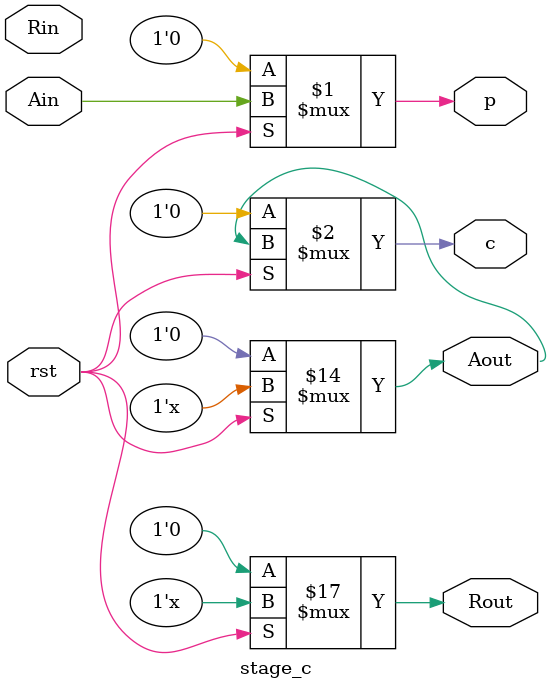
<source format=v>
module stage_c(rst,Rin,Ain,Rout,Aout,c,p);
  input Rin,Ain,rst;
  output c,p;
  output reg Rout,Aout;
  
  reg csc0;
  
  assign p = rst?Ain:1'b0;
  assign c = rst?Aout:1'b0;
  
  always@(*)
  begin
    if(!rst)
    begin
      csc0 <= 1'b0;
      Rout <= 1'b0;
      Aout <= 1'b0;
    end
  
    else
    begin
      csc0 <= (Ain*(~Rin))+csc0*((~Rin)+Ain);
      Aout <= ~csc0;
      Rout <= ~csc0;
    end
  end
endmodule
</source>
